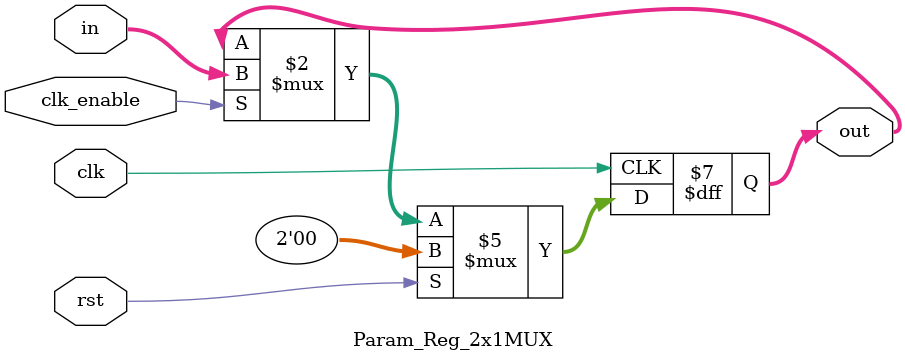
<source format=v>
module Param_Reg_2x1MUX #(
    parameter WIDTH = 2,
    parameter RSTTYPE = "SYNC", // "SYNC" or "ASYNC"
    parameter REG = 1
) (
    input  [WIDTH-1:0] in,
    input              clk,
    input              clk_enable, // Clock enable signal
    input              rst,
    output reg [WIDTH-1:0] out
);
//Registering the first input based on the reset type
generate
    if(REG == 0) begin
        always @(in) begin
            out = in;
            
        end
    end else begin
        if (RSTTYPE == "ASYNC") begin
            always @(posedge clk or posedge rst) begin
                if (rst) begin
                    out <= {WIDTH{1'b0}};
                end else if(clk_enable)begin
                    out <= in;
                end
            end
        end else if (RSTTYPE == "SYNC") begin
            always @(posedge clk) begin
                if (rst) begin
                    out <= {WIDTH{1'b0}};
                end else if(clk_enable)begin
                    out <= in;
                end
            end
        end
    end
endgenerate

endmodule

</source>
